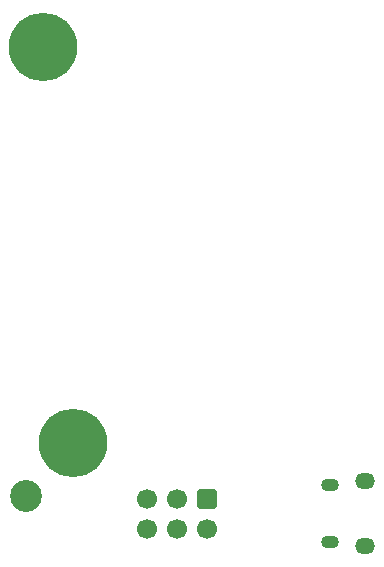
<source format=gbr>
G04 #@! TF.GenerationSoftware,KiCad,Pcbnew,(5.1.8)-1*
G04 #@! TF.CreationDate,2020-12-20T21:52:24-08:00*
G04 #@! TF.ProjectId,wired-sculpt,77697265-642d-4736-9375-6c70742e6b69,rev?*
G04 #@! TF.SameCoordinates,Original*
G04 #@! TF.FileFunction,Soldermask,Bot*
G04 #@! TF.FilePolarity,Negative*
%FSLAX46Y46*%
G04 Gerber Fmt 4.6, Leading zero omitted, Abs format (unit mm)*
G04 Created by KiCad (PCBNEW (5.1.8)-1) date 2020-12-20 21:52:24*
%MOMM*%
%LPD*%
G01*
G04 APERTURE LIST*
%ADD10C,1.700000*%
%ADD11O,1.500000X1.100000*%
%ADD12O,1.700000X1.350000*%
%ADD13C,5.800000*%
%ADD14C,2.700000*%
G04 APERTURE END LIST*
G04 #@! TO.C,J3*
G36*
G01*
X144250000Y-72900000D02*
X145450000Y-72900000D01*
G75*
G02*
X145700000Y-73150000I0J-250000D01*
G01*
X145700000Y-74350000D01*
G75*
G02*
X145450000Y-74600000I-250000J0D01*
G01*
X144250000Y-74600000D01*
G75*
G02*
X144000000Y-74350000I0J250000D01*
G01*
X144000000Y-73150000D01*
G75*
G02*
X144250000Y-72900000I250000J0D01*
G01*
G37*
D10*
X142310000Y-73750000D03*
X139770000Y-73750000D03*
X144850000Y-76290000D03*
X142310000Y-76290000D03*
X139770000Y-76290000D03*
G04 #@! TD*
D11*
G04 #@! TO.C,J1*
X155230000Y-77380000D03*
X155230000Y-72540000D03*
D12*
X158230000Y-77690000D03*
X158230000Y-72230000D03*
G04 #@! TD*
D13*
G04 #@! TO.C,H1*
X131000000Y-35500000D03*
G04 #@! TD*
G04 #@! TO.C,H2*
X133500000Y-69000000D03*
G04 #@! TD*
D14*
G04 #@! TO.C,H3*
X129500000Y-73500000D03*
G04 #@! TD*
M02*

</source>
